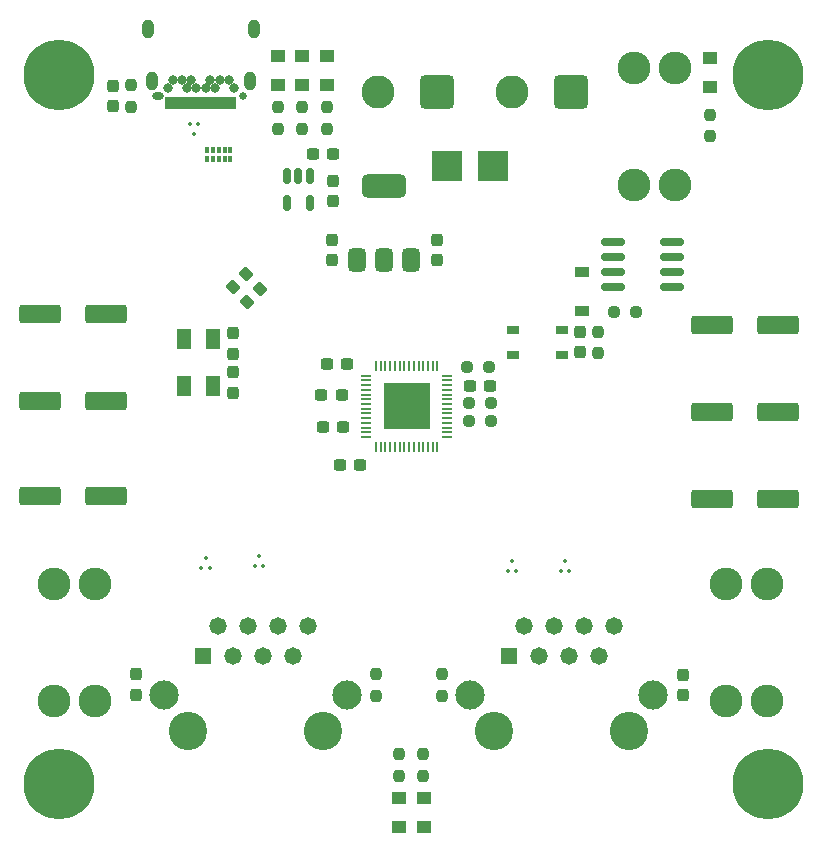
<source format=gbr>
%TF.GenerationSoftware,KiCad,Pcbnew,9.0.0*%
%TF.CreationDate,2025-04-26T11:07:05+02:00*%
%TF.ProjectId,linkertron,6c696e6b-6572-4747-926f-6e2e6b696361,v2*%
%TF.SameCoordinates,Original*%
%TF.FileFunction,Soldermask,Top*%
%TF.FilePolarity,Negative*%
%FSLAX46Y46*%
G04 Gerber Fmt 4.6, Leading zero omitted, Abs format (unit mm)*
G04 Created by KiCad (PCBNEW 9.0.0) date 2025-04-26 11:07:05*
%MOMM*%
%LPD*%
G01*
G04 APERTURE LIST*
G04 Aperture macros list*
%AMRoundRect*
0 Rectangle with rounded corners*
0 $1 Rounding radius*
0 $2 $3 $4 $5 $6 $7 $8 $9 X,Y pos of 4 corners*
0 Add a 4 corners polygon primitive as box body*
4,1,4,$2,$3,$4,$5,$6,$7,$8,$9,$2,$3,0*
0 Add four circle primitives for the rounded corners*
1,1,$1+$1,$2,$3*
1,1,$1+$1,$4,$5*
1,1,$1+$1,$6,$7*
1,1,$1+$1,$8,$9*
0 Add four rect primitives between the rounded corners*
20,1,$1+$1,$2,$3,$4,$5,0*
20,1,$1+$1,$4,$5,$6,$7,0*
20,1,$1+$1,$6,$7,$8,$9,0*
20,1,$1+$1,$8,$9,$2,$3,0*%
G04 Aperture macros list end*
%ADD10C,6.000000*%
%ADD11RoundRect,0.237500X0.237500X-0.300000X0.237500X0.300000X-0.237500X0.300000X-0.237500X-0.300000X0*%
%ADD12R,1.250000X1.100000*%
%ADD13C,3.250000*%
%ADD14R,1.478000X1.478000*%
%ADD15C,1.478000*%
%ADD16C,2.475000*%
%ADD17RoundRect,0.237500X0.250000X0.237500X-0.250000X0.237500X-0.250000X-0.237500X0.250000X-0.237500X0*%
%ADD18RoundRect,0.237500X0.237500X-0.250000X0.237500X0.250000X-0.237500X0.250000X-0.237500X-0.250000X0*%
%ADD19RoundRect,0.237500X-0.237500X0.250000X-0.237500X-0.250000X0.237500X-0.250000X0.237500X0.250000X0*%
%ADD20R,1.050000X0.650000*%
%ADD21RoundRect,0.075000X-0.075000X-0.075000X0.075000X-0.075000X0.075000X0.075000X-0.075000X0.075000X0*%
%ADD22RoundRect,0.250000X-1.500000X-0.550000X1.500000X-0.550000X1.500000X0.550000X-1.500000X0.550000X0*%
%ADD23RoundRect,0.280000X1.120000X1.120000X-1.120000X1.120000X-1.120000X-1.120000X1.120000X-1.120000X0*%
%ADD24C,2.800000*%
%ADD25RoundRect,0.237500X-0.237500X0.300000X-0.237500X-0.300000X0.237500X-0.300000X0.237500X0.300000X0*%
%ADD26RoundRect,0.075000X0.075000X0.075000X-0.075000X0.075000X-0.075000X-0.075000X0.075000X-0.075000X0*%
%ADD27C,2.780000*%
%ADD28RoundRect,0.237500X0.300000X0.237500X-0.300000X0.237500X-0.300000X-0.237500X0.300000X-0.237500X0*%
%ADD29RoundRect,0.237500X0.380070X-0.044194X-0.044194X0.380070X-0.380070X0.044194X0.044194X-0.380070X0*%
%ADD30RoundRect,0.237500X-0.250000X-0.237500X0.250000X-0.237500X0.250000X0.237500X-0.250000X0.237500X0*%
%ADD31RoundRect,0.150000X-0.150000X0.512500X-0.150000X-0.512500X0.150000X-0.512500X0.150000X0.512500X0*%
%ADD32RoundRect,0.375000X0.375000X-0.625000X0.375000X0.625000X-0.375000X0.625000X-0.375000X-0.625000X0*%
%ADD33RoundRect,0.500000X1.400000X-0.500000X1.400000X0.500000X-1.400000X0.500000X-1.400000X-0.500000X0*%
%ADD34RoundRect,0.150000X-0.825000X-0.150000X0.825000X-0.150000X0.825000X0.150000X-0.825000X0.150000X0*%
%ADD35R,1.200000X1.800000*%
%ADD36RoundRect,0.237500X-0.300000X-0.237500X0.300000X-0.237500X0.300000X0.237500X-0.300000X0.237500X0*%
%ADD37C,0.650000*%
%ADD38O,1.000000X0.650000*%
%ADD39RoundRect,0.100000X0.150000X0.450000X-0.150000X0.450000X-0.150000X-0.450000X0.150000X-0.450000X0*%
%ADD40C,0.800000*%
%ADD41O,1.004000X1.604000*%
%ADD42RoundRect,0.075000X0.075000X0.200000X-0.075000X0.200000X-0.075000X-0.200000X0.075000X-0.200000X0*%
%ADD43R,1.220000X0.910000*%
%ADD44RoundRect,0.250000X1.500000X0.550000X-1.500000X0.550000X-1.500000X-0.550000X1.500000X-0.550000X0*%
%ADD45R,2.500000X2.500000*%
%ADD46RoundRect,0.050000X-0.350000X-0.050000X0.350000X-0.050000X0.350000X0.050000X-0.350000X0.050000X0*%
%ADD47RoundRect,0.050000X-0.050000X-0.350000X0.050000X-0.350000X0.050000X0.350000X-0.050000X0.350000X0*%
%ADD48R,4.000000X4.000000*%
G04 APERTURE END LIST*
D10*
%TO.C,H103*%
X173000000Y-150000000D03*
%TD*%
D11*
%TO.C,C501*%
X165800000Y-142462501D03*
X165800000Y-140737499D03*
%TD*%
D12*
%TO.C,D202*%
X143900000Y-151150000D03*
X143900000Y-153650000D03*
%TD*%
D13*
%TO.C,J401*%
X123885000Y-145500000D03*
X135315000Y-145500000D03*
D14*
X125155000Y-139150000D03*
D15*
X126425000Y-136610000D03*
X127695000Y-139150000D03*
X128965000Y-136610000D03*
X130235000Y-139150000D03*
X131505000Y-136610000D03*
X132775000Y-139150000D03*
X134045000Y-136610000D03*
D16*
X121855000Y-142450000D03*
X137345000Y-142450000D03*
%TD*%
D17*
%TO.C,R306*%
X149362500Y-114650000D03*
X147537500Y-114650000D03*
%TD*%
D18*
%TO.C,R201*%
X143800000Y-149312500D03*
X143800000Y-147487500D03*
%TD*%
D10*
%TO.C,H102*%
X173000000Y-90000000D03*
%TD*%
D18*
%TO.C,R501*%
X145400000Y-142512500D03*
X145400000Y-140687500D03*
%TD*%
D19*
%TO.C,R204*%
X168100000Y-93337500D03*
X168100000Y-95162500D03*
%TD*%
D20*
%TO.C,SW301*%
X151425000Y-111525000D03*
X155575000Y-111525000D03*
X151425000Y-113675000D03*
X155575000Y-113675000D03*
%TD*%
D21*
%TO.C,U306*%
X151000000Y-131925000D03*
X151700000Y-131925000D03*
X151350000Y-131075000D03*
%TD*%
D17*
%TO.C,R302*%
X149554902Y-119264536D03*
X147729902Y-119264536D03*
%TD*%
D22*
%TO.C,C202*%
X111400000Y-110200000D03*
X117000000Y-110200000D03*
%TD*%
D12*
%TO.C,D206*%
X133600000Y-90850000D03*
X133600000Y-88350000D03*
%TD*%
D19*
%TO.C,R301*%
X119050000Y-90837500D03*
X119050000Y-92662500D03*
%TD*%
D12*
%TO.C,D207*%
X135700000Y-90850000D03*
X135700000Y-88350000D03*
%TD*%
D22*
%TO.C,C206*%
X111400000Y-117600000D03*
X117000000Y-117600000D03*
%TD*%
D23*
%TO.C,J202*%
X156300000Y-91400000D03*
D24*
X151300000Y-91400000D03*
%TD*%
D21*
%TO.C,U307*%
X155450000Y-131925000D03*
X156150000Y-131925000D03*
X155800000Y-131075000D03*
%TD*%
D25*
%TO.C,C303*%
X127700000Y-111837499D03*
X127700000Y-113562501D03*
%TD*%
D11*
%TO.C,C209*%
X136150000Y-100675002D03*
X136150000Y-98950000D03*
%TD*%
D26*
%TO.C,U302*%
X124762500Y-94097500D03*
X124062500Y-94097500D03*
X124412500Y-94947500D03*
%TD*%
D12*
%TO.C,D205*%
X168100000Y-91000000D03*
X168100000Y-88500000D03*
%TD*%
D21*
%TO.C,U304*%
X125050000Y-131725000D03*
X125750000Y-131725000D03*
X125400000Y-130875000D03*
%TD*%
D27*
%TO.C,F201*%
X169500000Y-142960000D03*
X172900000Y-142960000D03*
X169500000Y-133040000D03*
X172900000Y-133040000D03*
%TD*%
D28*
%TO.C,C312*%
X137062501Y-119800000D03*
X135337499Y-119800000D03*
%TD*%
D27*
%TO.C,F202*%
X112600000Y-142960000D03*
X116000000Y-142960000D03*
X112600000Y-133040000D03*
X116000000Y-133040000D03*
%TD*%
D29*
%TO.C,C305*%
X128909880Y-109159880D03*
X127690120Y-107940120D03*
%TD*%
D27*
%TO.C,F203*%
X165100000Y-89340000D03*
X161700000Y-89340000D03*
X165100000Y-99260000D03*
X161700000Y-99260000D03*
%TD*%
D11*
%TO.C,C210*%
X144975000Y-105650001D03*
X144975000Y-103924999D03*
%TD*%
D10*
%TO.C,H104*%
X113000000Y-150000000D03*
%TD*%
D30*
%TO.C,R203*%
X159987500Y-110000000D03*
X161812500Y-110000000D03*
%TD*%
D31*
%TO.C,U201*%
X134200000Y-98512500D03*
X133250000Y-98512500D03*
X132300000Y-98512500D03*
X132300000Y-100787500D03*
X134200000Y-100787500D03*
%TD*%
D25*
%TO.C,C302*%
X127700000Y-115137499D03*
X127700000Y-116862501D03*
%TD*%
D18*
%TO.C,R401*%
X139800000Y-142512500D03*
X139800000Y-140687500D03*
%TD*%
D19*
%TO.C,R307*%
X131500000Y-92687500D03*
X131500000Y-94512500D03*
%TD*%
D25*
%TO.C,C307*%
X157100000Y-111737499D03*
X157100000Y-113462501D03*
%TD*%
D19*
%TO.C,R308*%
X158650000Y-111687500D03*
X158650000Y-113512500D03*
%TD*%
D13*
%TO.C,J501*%
X149785000Y-145500000D03*
X161215000Y-145500000D03*
D14*
X151055000Y-139150000D03*
D15*
X152325000Y-136610000D03*
X153595000Y-139150000D03*
X154865000Y-136610000D03*
X156135000Y-139150000D03*
X157405000Y-136610000D03*
X158675000Y-139150000D03*
X159945000Y-136610000D03*
D16*
X147755000Y-142450000D03*
X163245000Y-142450000D03*
%TD*%
D32*
%TO.C,U202*%
X138200000Y-105650000D03*
X140500000Y-105650000D03*
D33*
X140500000Y-99350000D03*
D32*
X142800000Y-105650000D03*
%TD*%
D34*
%TO.C,Q201*%
X159925000Y-104095000D03*
X159925000Y-105365000D03*
X159925000Y-106635000D03*
X159925000Y-107905000D03*
X164875000Y-107905000D03*
X164875000Y-106635000D03*
X164875000Y-105365000D03*
X164875000Y-104095000D03*
%TD*%
D18*
%TO.C,R202*%
X141800000Y-149312500D03*
X141800000Y-147487500D03*
%TD*%
D35*
%TO.C,Y301*%
X126000001Y-116300000D03*
X126000001Y-112300000D03*
X123599999Y-112300000D03*
X123599999Y-116300000D03*
%TD*%
D10*
%TO.C,H101*%
X113000000Y-90000000D03*
%TD*%
D36*
%TO.C,C304*%
X147779901Y-116264536D03*
X149504903Y-116264536D03*
%TD*%
D12*
%TO.C,D301*%
X131500000Y-90850000D03*
X131500000Y-88350000D03*
%TD*%
D19*
%TO.C,R205*%
X133600000Y-92687500D03*
X133600000Y-94512500D03*
%TD*%
D30*
%TO.C,R303*%
X147729902Y-117764536D03*
X149554902Y-117764536D03*
%TD*%
D11*
%TO.C,C208*%
X136075000Y-105650001D03*
X136075000Y-103924999D03*
%TD*%
D28*
%TO.C,C321*%
X137362501Y-114450000D03*
X135637499Y-114450000D03*
%TD*%
D25*
%TO.C,C301*%
X117550000Y-90887499D03*
X117550000Y-92612501D03*
%TD*%
D36*
%TO.C,C207*%
X134487500Y-96650000D03*
X136212500Y-96650000D03*
%TD*%
D37*
%TO.C,J301*%
X128600000Y-91742500D03*
D38*
X121400000Y-91742500D03*
D39*
X127750000Y-92302500D03*
X127250000Y-92302500D03*
X126750000Y-92302500D03*
X126250000Y-92302500D03*
X125750000Y-92302500D03*
X125250000Y-92302500D03*
X124750000Y-92302500D03*
X124250000Y-92302500D03*
X123750000Y-92302500D03*
X123250000Y-92302500D03*
X122750000Y-92302500D03*
X122250000Y-92302500D03*
D40*
X122200000Y-91092500D03*
X122600000Y-90392500D03*
X123400000Y-90392500D03*
X123800000Y-91092500D03*
X124200000Y-90392500D03*
X124600000Y-91092500D03*
X125400000Y-91092500D03*
X125800000Y-90392500D03*
X126200000Y-91092500D03*
X126600000Y-90392500D03*
X127400000Y-90392500D03*
X127800000Y-91092500D03*
D41*
X129490000Y-86102500D03*
X129130000Y-90502500D03*
X120870000Y-90502500D03*
X120510000Y-86102500D03*
%TD*%
D21*
%TO.C,U305*%
X129550000Y-131525000D03*
X130250000Y-131525000D03*
X129900000Y-130675000D03*
%TD*%
D23*
%TO.C,J201*%
X145000000Y-91400000D03*
D24*
X140000000Y-91400000D03*
%TD*%
D28*
%TO.C,C316*%
X138512501Y-122950000D03*
X136787499Y-122950000D03*
%TD*%
D11*
%TO.C,C401*%
X119500000Y-142425002D03*
X119500000Y-140700000D03*
%TD*%
D12*
%TO.C,D203*%
X141800000Y-151150000D03*
X141800000Y-153650000D03*
%TD*%
D42*
%TO.C,U301*%
X127500000Y-96300000D03*
X127000000Y-96299999D03*
X126500000Y-96300000D03*
X126000000Y-96299999D03*
X125500000Y-96300000D03*
X125500000Y-97070000D03*
X126000000Y-97070001D03*
X126500000Y-97070000D03*
X127000000Y-97070001D03*
X127500000Y-97070000D03*
%TD*%
D43*
%TO.C,D204*%
X157300000Y-106665000D03*
X157300000Y-109935000D03*
%TD*%
D44*
%TO.C,C201*%
X173900000Y-111100000D03*
X168300000Y-111100000D03*
%TD*%
%TO.C,C203*%
X173900000Y-125900000D03*
X168300000Y-125900000D03*
%TD*%
D45*
%TO.C,D201*%
X149750000Y-97650000D03*
X145850000Y-97700000D03*
%TD*%
D19*
%TO.C,R206*%
X135700000Y-92687500D03*
X135700000Y-94512500D03*
%TD*%
D22*
%TO.C,C204*%
X111400000Y-125600000D03*
X117000000Y-125600000D03*
%TD*%
D28*
%TO.C,C309*%
X136912501Y-117050000D03*
X135187499Y-117050000D03*
%TD*%
D29*
%TO.C,C306*%
X130009880Y-108059880D03*
X128790120Y-106840120D03*
%TD*%
D46*
%TO.C,U303*%
X138975000Y-115425000D03*
X138975000Y-115825000D03*
X138975000Y-116225000D03*
X138975000Y-116625000D03*
X138975000Y-117025000D03*
X138975000Y-117425000D03*
X138975000Y-117825000D03*
X138975000Y-118225000D03*
X138975000Y-118625000D03*
X138975000Y-119025000D03*
X138975000Y-119425000D03*
X138975000Y-119825000D03*
X138975000Y-120225000D03*
X138975000Y-120625000D03*
D47*
X139825000Y-121475000D03*
X140225000Y-121475000D03*
X140625000Y-121475000D03*
X141025000Y-121475000D03*
X141425000Y-121475000D03*
X141825000Y-121475000D03*
X142225000Y-121475000D03*
X142625000Y-121475000D03*
X143025000Y-121475000D03*
X143425000Y-121475000D03*
X143825000Y-121475000D03*
X144225000Y-121475000D03*
X144625000Y-121475000D03*
X145025000Y-121475000D03*
D46*
X145875000Y-120625000D03*
X145875000Y-120225000D03*
X145875000Y-119825000D03*
X145875000Y-119425000D03*
X145875000Y-119025000D03*
X145875000Y-118625000D03*
X145875000Y-118225000D03*
X145875000Y-117825000D03*
X145875000Y-117425000D03*
X145875000Y-117025000D03*
X145875000Y-116625000D03*
X145875000Y-116225000D03*
X145875000Y-115825000D03*
X145875000Y-115425000D03*
D47*
X145025000Y-114575000D03*
X144625000Y-114575000D03*
X144225000Y-114575000D03*
X143825000Y-114575000D03*
X143425000Y-114575000D03*
X143025000Y-114575000D03*
X142625000Y-114575000D03*
X142225000Y-114575000D03*
X141825000Y-114575000D03*
X141425000Y-114575000D03*
X141025000Y-114575000D03*
X140625000Y-114575000D03*
X140225000Y-114575000D03*
X139825000Y-114575000D03*
D48*
X142425000Y-118025000D03*
%TD*%
D44*
%TO.C,C205*%
X173900000Y-118500000D03*
X168300000Y-118500000D03*
%TD*%
M02*

</source>
